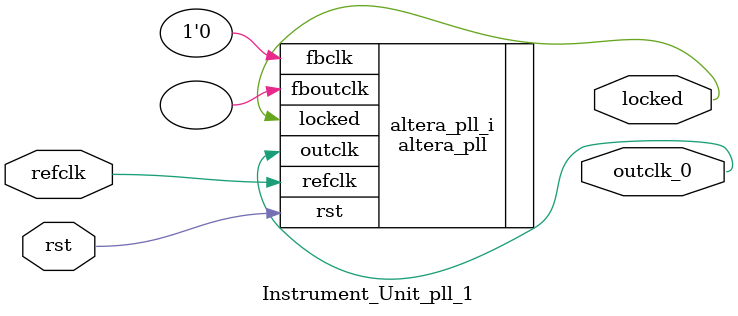
<source format=v>
`timescale 1ns/10ps
module  Instrument_Unit_pll_1(

	// interface 'refclk'
	input wire refclk,

	// interface 'reset'
	input wire rst,

	// interface 'outclk0'
	output wire outclk_0,

	// interface 'locked'
	output wire locked
);

	altera_pll #(
		.fractional_vco_multiplier("false"),
		.reference_clock_frequency("50.0 MHz"),
		.operation_mode("direct"),
		.number_of_clocks(1),
		.output_clock_frequency0("300.000000 MHz"),
		.phase_shift0("0 ps"),
		.duty_cycle0(50),
		.output_clock_frequency1("0 MHz"),
		.phase_shift1("0 ps"),
		.duty_cycle1(50),
		.output_clock_frequency2("0 MHz"),
		.phase_shift2("0 ps"),
		.duty_cycle2(50),
		.output_clock_frequency3("0 MHz"),
		.phase_shift3("0 ps"),
		.duty_cycle3(50),
		.output_clock_frequency4("0 MHz"),
		.phase_shift4("0 ps"),
		.duty_cycle4(50),
		.output_clock_frequency5("0 MHz"),
		.phase_shift5("0 ps"),
		.duty_cycle5(50),
		.output_clock_frequency6("0 MHz"),
		.phase_shift6("0 ps"),
		.duty_cycle6(50),
		.output_clock_frequency7("0 MHz"),
		.phase_shift7("0 ps"),
		.duty_cycle7(50),
		.output_clock_frequency8("0 MHz"),
		.phase_shift8("0 ps"),
		.duty_cycle8(50),
		.output_clock_frequency9("0 MHz"),
		.phase_shift9("0 ps"),
		.duty_cycle9(50),
		.output_clock_frequency10("0 MHz"),
		.phase_shift10("0 ps"),
		.duty_cycle10(50),
		.output_clock_frequency11("0 MHz"),
		.phase_shift11("0 ps"),
		.duty_cycle11(50),
		.output_clock_frequency12("0 MHz"),
		.phase_shift12("0 ps"),
		.duty_cycle12(50),
		.output_clock_frequency13("0 MHz"),
		.phase_shift13("0 ps"),
		.duty_cycle13(50),
		.output_clock_frequency14("0 MHz"),
		.phase_shift14("0 ps"),
		.duty_cycle14(50),
		.output_clock_frequency15("0 MHz"),
		.phase_shift15("0 ps"),
		.duty_cycle15(50),
		.output_clock_frequency16("0 MHz"),
		.phase_shift16("0 ps"),
		.duty_cycle16(50),
		.output_clock_frequency17("0 MHz"),
		.phase_shift17("0 ps"),
		.duty_cycle17(50),
		.pll_type("General"),
		.pll_subtype("General")
	) altera_pll_i (
		.rst	(rst),
		.outclk	({outclk_0}),
		.locked	(locked),
		.fboutclk	( ),
		.fbclk	(1'b0),
		.refclk	(refclk)
	);
endmodule


</source>
